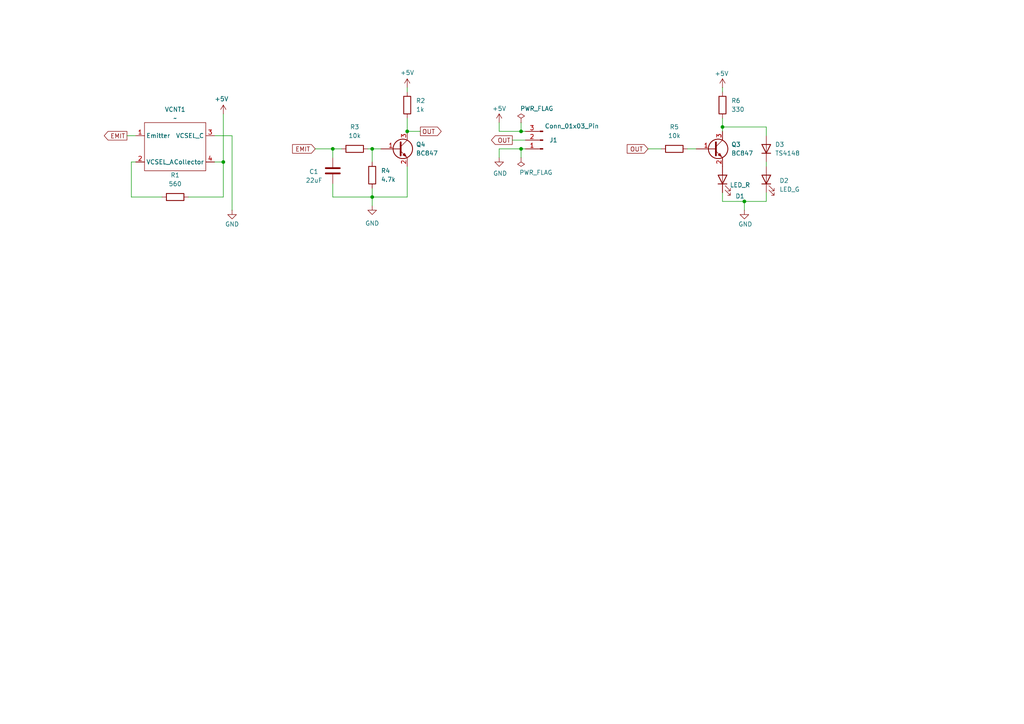
<source format=kicad_sch>
(kicad_sch (version 20250114) (generator "eeschema") (generator_version "9.0")
  (paper "A4")
  (title_block (title "MLFR_Sensor") (company "www.prototypefive.com") (comment 1 "CERN-OHL-S-2.0"))
  (lib_symbols
    (symbol "Connector:Conn_01x03_Pin" (pin_names (offset 1.016) (hide yes))
      (property "Reference" "J" (at 0 5.08 0))
      (property "Value" "Conn_01x03_Pin" (at 0 -5.08 0))
      (symbol "Conn_01x03_Pin_1_1"
        (rectangle (start 0.8636 2.667) (end 0 2.413) (stroke (width 0.1524)) (fill (type outline)))
        (rectangle (start 0.8636 0.127) (end 0 -0.127) (stroke (width 0.1524)) (fill (type outline)))
        (rectangle (start 0.8636 -2.413) (end 0 -2.667) (stroke (width 0.1524)) (fill (type outline)))
        (polyline (pts (xy 1.27 2.54) (xy 0.8636 2.54)) (stroke (width 0.1524)))
        (polyline (pts (xy 1.27 0) (xy 0.8636 0)) (stroke (width 0.1524)))
        (polyline (pts (xy 1.27 -2.54) (xy 0.8636 -2.54)) (stroke (width 0.1524)))
        (pin passive line (at 5.08 2.54 180) (length 3.81) (name "Pin_1") (number "1"))
        (pin passive line (at 5.08 0 180) (length 3.81) (name "Pin_2") (number "2"))
        (pin passive line (at 5.08 -2.54 180) (length 3.81) (name "Pin_3") (number "3"))
      )
    )
    (symbol "Device:C" (pin_numbers (hide yes)) (pin_names (offset 0.254))
      (property "Reference" "C" (at 0.635 2.54 0))
      (property "Value" "C" (at 0.635 -2.54 0))
      (symbol "C_0_1"
        (polyline (pts (xy -2.032 0.762) (xy 2.032 0.762)) (stroke (width 0.508)))
        (polyline (pts (xy -2.032 -0.762) (xy 2.032 -0.762)) (stroke (width 0.508)))
      )
      (symbol "C_1_1"
        (pin passive line (at 0 3.81 270) (length 2.794) (name "~") (number "1"))
        (pin passive line (at 0 -3.81 90) (length 2.794) (name "~") (number "2"))
      )
    )
    (symbol "Device:D" (pin_numbers (hide yes)) (pin_names (offset 1.016) (hide yes))
      (property "Reference" "D" (at 0 2.54 0))
      (property "Value" "D" (at 0 -2.54 0))
      (symbol "D_0_1"
        (polyline (pts (xy -1.27 1.27) (xy -1.27 -1.27)) (stroke (width 0.254)))
        (polyline (pts (xy 1.27 1.27) (xy 1.27 -1.27) (xy -1.27 0) (xy 1.27 1.27)) (stroke (width 0.254)))
        (polyline (pts (xy 1.27 0) (xy -1.27 0)))
      )
      (symbol "D_1_1"
        (pin passive line (at -3.81 0 0) (length 2.54) (name "K") (number "1"))
        (pin passive line (at 3.81 0 180) (length 2.54) (name "A") (number "2"))
      )
    )
    (symbol "Device:LED" (pin_numbers (hide yes)) (pin_names (offset 1.016) (hide yes))
      (property "Reference" "D" (at 0 2.54 0))
      (property "Value" "LED" (at 0 -2.54 0))
      (symbol "LED_0_1"
        (polyline (pts (xy -3.048 -0.762) (xy -4.572 -2.286) (xy -3.81 -2.286) (xy -4.572 -2.286) (xy -4.572 -1.524)))
        (polyline (pts (xy -1.778 -0.762) (xy -3.302 -2.286) (xy -2.54 -2.286) (xy -3.302 -2.286) (xy -3.302 -1.524)))
        (polyline (pts (xy -1.27 0) (xy 1.27 0)))
        (polyline (pts (xy -1.27 -1.27) (xy -1.27 1.27)) (stroke (width 0.254)))
        (polyline (pts (xy 1.27 -1.27) (xy 1.27 1.27) (xy -1.27 0) (xy 1.27 -1.27)) (stroke (width 0.254)))
      )
      (symbol "LED_1_1"
        (pin passive line (at -3.81 0 0) (length 2.54) (name "K") (number "1"))
        (pin passive line (at 3.81 0 180) (length 2.54) (name "A") (number "2"))
      )
    )
    (symbol "Device:R" (pin_numbers (hide yes)) (pin_names (offset 0))
      (property "Reference" "R" (at 2.032 0 90))
      (property "Value" "R" (at 0 0 90))
      (symbol "R_0_1"
        (rectangle (start -1.016 -2.54) (end 1.016 2.54) (stroke (width 0.254)))
      )
      (symbol "R_1_1"
        (pin passive line (at 0 3.81 270) (length 1.27) (name "~") (number "1"))
        (pin passive line (at 0 -3.81 90) (length 1.27) (name "~") (number "2"))
      )
    )
    (symbol "Transistor_BJT:BC847" (pin_names (offset 0) (hide yes))
      (property "Reference" "Q" (at 5.08 1.905 0))
      (property "Value" "BC847" (at 5.08 0 0))
      (symbol "BC847_0_1"
        (polyline (pts (xy 0.635 1.905) (xy 0.635 -1.905) (xy 0.635 -1.905)) (stroke (width 0.508)))
        (polyline (pts (xy 0.635 0.635) (xy 2.54 2.54)))
        (polyline (pts (xy 0.635 -0.635) (xy 2.54 -2.54) (xy 2.54 -2.54)))
        (circle (center 1.27 0) (radius 2.8194) (stroke (width 0.254)))
        (polyline (pts (xy 1.27 -1.778) (xy 1.778 -1.27) (xy 2.286 -2.286) (xy 1.27 -1.778) (xy 1.27 -1.778)) (fill (type outline)))
      )
      (symbol "BC847_1_1"
        (pin input line (at -5.08 0 0) (length 5.715) (name "B") (number "1"))
        (pin passive line (at 2.54 5.08 270) (length 2.54) (name "C") (number "3"))
        (pin passive line (at 2.54 -5.08 90) (length 2.54) (name "E") (number "2"))
      )
    )
    (symbol "power:+5V" (power) (pin_numbers (hide yes)) (pin_names (offset 0) (hide yes))
      (property "Value" "+5V" (at 0 3.556 0))
      (symbol "+5V_0_1"
        (polyline (pts (xy -0.762 1.27) (xy 0 2.54)))
        (polyline (pts (xy 0 2.54) (xy 0.762 1.27)))
        (polyline (pts (xy 0 0) (xy 0 2.54)))
      )
      (symbol "+5V_1_1"
        (pin power_in line (at 0 0 90) (length 0) (name "~") (number "1"))
      )
    )
    (symbol "power:GND" (power) (pin_numbers (hide yes)) (pin_names (offset 0) (hide yes))
      (property "Value" "GND" (at 0 -3.81 0))
      (symbol "GND_0_1"
        (polyline (pts (xy 0 0) (xy 0 -1.27) (xy 1.27 -1.27) (xy 0 -2.54) (xy -1.27 -1.27) (xy 0 -1.27)))
      )
      (symbol "GND_1_1"
        (pin power_in line (at 0 0 270) (length 0) (name "~") (number "1"))
      )
    )
    (symbol "power:PWR_FLAG" (power) (pin_numbers (hide yes)) (pin_names (offset 0) (hide yes))
      (property "Value" "PWR_FLAG" (at 0 3.81 0))
      (symbol "PWR_FLAG_0_0"
        (pin power_out line (at 0 0 90) (length 0) (name "~") (number "1"))
      )
      (symbol "PWR_FLAG_0_1"
        (polyline (pts (xy 0 0) (xy 0 1.27) (xy -1.016 1.905) (xy 0 2.54) (xy 1.016 1.905) (xy 0 1.27)))
      )
    )
    (symbol "project_lig:photo_int"
      (property "Reference" "VCNT2030" (at -4.318 -0.762 0))
      (symbol "photo_int_0_1"
        (rectangle (start -8.89 6.35) (end 8.89 -7.62))
      )
      (symbol "photo_int_1_1"
        (pin output line (at -11.43 2.54 0) (length 2.54) (name "Emitter") (number "1"))
        (pin input line (at -11.43 -5.08 0) (length 2.54) (name "VCSEL_A") (number "2"))
        (pin input line (at 11.43 2.54 180) (length 2.54) (name "VCSEL_C") (number "3"))
        (pin input line (at 11.43 -5.08 180) (length 2.54) (name "Collector") (number "4"))
      )
    )
  )
  (junction (at 96.52 43.18))
  (junction (at 64.77 46.99))
  (junction (at 107.95 57.15))
  (junction (at 151.13 38.1))
  (junction (at 118.11 38.1))
  (junction (at 215.9 58.42))
  (junction (at 151.13 43.18))
  (junction (at 107.95 43.18))
  (junction (at 209.55 36.83))
  (wire (pts (xy 144.78 43.18) (xy 151.13 43.18)))
  (wire (pts (xy 96.52 53.34) (xy 96.52 57.15)))
  (wire (pts (xy 222.25 55.88) (xy 222.25 58.42)))
  (wire (pts (xy 151.13 45.72) (xy 151.13 43.18)))
  (wire (pts (xy 144.78 38.1) (xy 144.78 35.56)))
  (wire (pts (xy 199.39 43.18) (xy 201.93 43.18)))
  (wire (pts (xy 64.77 33.02) (xy 64.77 46.99)))
  (wire (pts (xy 144.78 38.1) (xy 151.13 38.1)))
  (wire (pts (xy 152.4 43.18) (xy 151.13 43.18)))
  (wire (pts (xy 118.11 25.4) (xy 118.11 26.67)))
  (wire (pts (xy 38.1 57.15) (xy 46.99 57.15)))
  (wire (pts (xy 215.9 58.42) (xy 209.55 58.42)))
  (wire (pts (xy 118.11 48.26) (xy 118.11 57.15)))
  (wire (pts (xy 152.4 38.1) (xy 151.13 38.1)))
  (wire (pts (xy 64.77 46.99) (xy 64.77 57.15)))
  (wire (pts (xy 38.1 46.99) (xy 39.37 46.99)))
  (wire (pts (xy 67.31 39.37) (xy 67.31 60.96)))
  (wire (pts (xy 151.13 35.56) (xy 151.13 38.1)))
  (wire (pts (xy 209.55 25.4) (xy 209.55 26.67)))
  (wire (pts (xy 222.25 46.99) (xy 222.25 48.26)))
  (wire (pts (xy 118.11 34.29) (xy 118.11 38.1)))
  (wire (pts (xy 62.23 39.37) (xy 67.31 39.37)))
  (wire (pts (xy 96.52 57.15) (xy 107.95 57.15)))
  (wire (pts (xy 187.96 43.18) (xy 191.77 43.18)))
  (wire (pts (xy 209.55 58.42) (xy 209.55 55.88)))
  (wire (pts (xy 144.78 43.18) (xy 144.78 45.72)))
  (wire (pts (xy 152.4 40.64) (xy 148.59 40.64)))
  (wire (pts (xy 222.25 58.42) (xy 215.9 58.42)))
  (wire (pts (xy 222.25 36.83) (xy 209.55 36.83)))
  (wire (pts (xy 62.23 46.99) (xy 64.77 46.99)))
  (wire (pts (xy 54.61 57.15) (xy 64.77 57.15)))
  (wire (pts (xy 91.44 43.18) (xy 96.52 43.18)))
  (wire (pts (xy 209.55 34.29) (xy 209.55 36.83)))
  (wire (pts (xy 107.95 57.15) (xy 107.95 59.69)))
  (wire (pts (xy 107.95 43.18) (xy 110.49 43.18)))
  (wire (pts (xy 107.95 57.15) (xy 107.95 54.61)))
  (wire (pts (xy 96.52 43.18) (xy 99.06 43.18)))
  (wire (pts (xy 215.9 58.42) (xy 215.9 60.96)))
  (wire (pts (xy 96.52 45.72) (xy 96.52 43.18)))
  (wire (pts (xy 107.95 43.18) (xy 107.95 46.99)))
  (wire (pts (xy 209.55 36.83) (xy 209.55 38.1)))
  (wire (pts (xy 222.25 39.37) (xy 222.25 36.83)))
  (wire (pts (xy 36.83 39.37) (xy 39.37 39.37)))
  (wire (pts (xy 121.92 38.1) (xy 118.11 38.1)))
  (wire (pts (xy 107.95 57.15) (xy 118.11 57.15)))
  (wire (pts (xy 38.1 46.99) (xy 38.1 57.15)))
  (wire (pts (xy 106.68 43.18) (xy 107.95 43.18)))
  (global_label "OUT" (shape input) (at 187.96 43.18 180) (property "Intersheetrefs" "${INTERSHEET_REFS}" (effects (hide yes))))
  (global_label "EMIT" (shape input) (at 91.44 43.18 180) (property "Intersheetrefs" "${INTERSHEET_REFS}" (effects (hide yes))))
  (global_label "OUT" (shape output) (at 148.59 40.64 180) (property "Intersheetrefs" "${INTERSHEET_REFS}" (effects (hide yes))))
  (global_label "EMIT" (shape output) (at 36.83 39.37 180) (property "Intersheetrefs" "${INTERSHEET_REFS}" (effects (hide yes))))
  (global_label "OUT" (shape output) (at 121.92 38.1 0) (property "Intersheetrefs" "${INTERSHEET_REFS}" (effects (hide yes))))
  (symbol (lib_id "power:+5V") (at 209.55 25.4 0) (unit 1)
    (property "Reference" "#PWR08" (effects (hide yes)))
    (property "Value" "+5V" (at 209.296 21.336 0))
    (property "Description" "Power symbol creates a global label with name \"+5V\"" (effects (hide yes)))
  )
  (symbol (lib_id "power:GND") (at 144.78 45.72 0) (unit 1)
    (property "Reference" "#PWR05" (effects (hide yes)))
    (property "Value" "GND" (at 143.002 50.292 0) (effects (justify left)))
    (property "Description" "Power symbol creates a global label with name \"GND\" , ground" (effects (hide yes)))
  )
  (symbol (lib_id "Device:R") (at 50.8 57.15 90) (unit 1)
    (property "Reference" "R1" (at 50.8 50.8 90))
    (property "Value" "560" (at 50.8 53.34 90))
    (property "Footprint" "Resistor_SMD:R_0603_1608Metric" (effects (hide yes)))
    (property "Description" "Resistor" (effects (hide yes)))
  )
  (symbol (lib_id "Device:R") (at 102.87 43.18 90) (unit 1)
    (property "Reference" "R3" (at 102.87 36.83 90))
    (property "Value" "10k" (at 102.87 39.37 90))
    (property "Footprint" "Resistor_SMD:R_0603_1608Metric" (effects (hide yes)))
    (property "Description" "Resistor" (effects (hide yes)))
  )
  (symbol (lib_id "power:PWR_FLAG") (at 151.13 35.56 0) (unit 1)
    (property "Reference" "#FLG01" (effects (hide yes)))
    (property "Value" "PWR_FLAG" (at 155.702 31.496 0))
    (property "Description" "Special symbol for telling ERC where power comes from" (effects (hide yes)))
  )
  (symbol (lib_id "Transistor_BJT:BC847") (at 115.57 43.18 0) (unit 1)
    (property "Reference" "Q4" (at 120.65 41.9099 0) (effects (justify left)))
    (property "Value" "BC847" (at 120.65 44.4499 0) (effects (justify left)))
    (property "Footprint" "Package_TO_SOT_SMD:SOT-23" (effects (hide yes)))
    (property "Datasheet" "http://www.infineon.com/dgdl/Infineon-BC847SERIES_BC848SERIES_BC849SERIES_BC850SERIES-DS-v01_01-en.pdf?fileId=db3a304314dca389011541d4630a1657" (effects (hide yes)))
    (property "Description" "0.1A Ic, 45V Vce, NPN Transistor, SOT-23" (effects (hide yes)))
  )
  (symbol (lib_id "power:PWR_FLAG") (at 151.13 45.72 180) (unit 1)
    (property "Reference" "#FLG02" (effects (hide yes)))
    (property "Value" "PWR_FLAG" (at 155.448 50.038 0))
    (property "Description" "Special symbol for telling ERC where power comes from" (effects (hide yes)))
  )
  (symbol (lib_id "power:GND") (at 107.95 59.69 0) (unit 1)
    (property "Reference" "#PWR03" (effects (hide yes)))
    (property "Value" "GND" (at 107.95 64.77 0))
    (property "Description" "Power symbol creates a global label with name \"GND\" , ground" (effects (hide yes)))
  )
  (symbol (lib_id "power:GND") (at 67.31 60.96 0) (unit 1)
    (property "Reference" "#PWR02" (effects (hide yes)))
    (property "Value" "GND" (at 67.31 65.024 0))
    (property "Description" "Power symbol creates a global label with name \"GND\" , ground" (effects (hide yes)))
  )
  (symbol (lib_id "Device:R") (at 107.95 50.8 0) (unit 1)
    (property "Reference" "R4" (at 110.49 49.5299 0) (effects (justify left)))
    (property "Value" "4.7k" (at 110.49 52.0699 0) (effects (justify left)))
    (property "Footprint" "Resistor_SMD:R_0603_1608Metric" (effects (hide yes)))
    (property "Description" "Resistor" (effects (hide yes)))
  )
  (symbol (lib_id "power:+5V") (at 64.77 33.02 0) (unit 1)
    (property "Reference" "#PWR01" (effects (hide yes)))
    (property "Value" "+5V" (at 66.294 28.702 0) (effects (justify right)))
    (property "Description" "Power symbol creates a global label with name \"+5V\"" (effects (hide yes)))
  )
  (symbol (lib_id "Device:R") (at 195.58 43.18 90) (unit 1)
    (property "Reference" "R5" (at 195.58 36.83 90))
    (property "Value" "10k" (at 195.58 39.37 90))
    (property "Footprint" "Resistor_SMD:R_0603_1608Metric" (effects (hide yes)))
    (property "Description" "Resistor" (effects (hide yes)))
  )
  (symbol (lib_id "Connector:Conn_01x03_Pin") (at 157.48 40.64 180) (unit 1)
    (property "Reference" "J1" (at 160.528 40.64 0))
    (property "Value" "Conn_01x03_Pin" (at 165.862 36.576 0))
    (property "Footprint" "Library:Conn_3p_1.25mm" (effects (hide yes)))
    (property "Description" "Generic connector, single row, 01x03, script generated" (effects (hide yes)))
  )
  (symbol (lib_id "power:+5V") (at 144.78 35.56 0) (unit 1)
    (property "Reference" "#PWR06" (effects (hide yes)))
    (property "Value" "+5V" (at 142.748 31.496 0) (effects (justify left)))
    (property "Description" "Power symbol creates a global label with name \"+5V\"" (effects (hide yes)))
  )
  (symbol (lib_id "power:+5V") (at 118.11 25.4 0) (unit 1)
    (property "Reference" "#PWR04" (effects (hide yes)))
    (property "Value" "+5V" (at 118.11 21.082 0))
    (property "Description" "Power symbol creates a global label with name \"+5V\"" (effects (hide yes)))
  )
  (symbol (lib_id "Device:LED") (at 222.25 52.07 90) (unit 1)
    (property "Reference" "D2" (at 226.06 52.3874 90) (effects (justify right)))
    (property "Value" "LED_G" (at 226.06 54.9274 90) (effects (justify right)))
    (property "Footprint" "LED_SMD:LED_0603_1608Metric" (effects (hide yes)))
    (property "Description" "Light emitting diode" (effects (hide yes)))
  )
  (symbol (lib_id "Transistor_BJT:BC847") (at 207.01 43.18 0) (unit 1)
    (property "Reference" "Q3" (at 212.09 41.9099 0) (effects (justify left)))
    (property "Value" "BC847" (at 212.09 44.4499 0) (effects (justify left)))
    (property "Footprint" "Package_TO_SOT_SMD:SOT-23" (effects (hide yes)))
    (property "Datasheet" "http://www.infineon.com/dgdl/Infineon-BC847SERIES_BC848SERIES_BC849SERIES_BC850SERIES-DS-v01_01-en.pdf?fileId=db3a304314dca389011541d4630a1657" (effects (hide yes)))
    (property "Description" "0.1A Ic, 45V Vce, NPN Transistor, SOT-23" (effects (hide yes)))
  )
  (symbol (lib_id "power:GND") (at 215.9 60.96 0) (unit 1)
    (property "Reference" "#PWR07" (effects (hide yes)))
    (property "Value" "GND" (at 214.122 65.024 0) (effects (justify left)))
    (property "Description" "Power symbol creates a global label with name \"GND\" , ground" (effects (hide yes)))
  )
  (symbol (lib_id "Device:C") (at 96.52 49.53 0) (unit 1)
    (property "Reference" "C1" (at 89.662 49.784 0) (effects (justify left)))
    (property "Value" "22uF" (at 88.646 52.324 0) (effects (justify left)))
    (property "Footprint" "Capacitor_SMD:C_0603_1608Metric" (effects (hide yes)))
    (property "Description" "Unpolarized capacitor" (effects (hide yes)))
  )
  (symbol (lib_id "Device:R") (at 118.11 30.48 0) (unit 1)
    (property "Reference" "R2" (at 120.65 29.2099 0) (effects (justify left)))
    (property "Value" "1k" (at 120.65 31.7499 0) (effects (justify left)))
    (property "Footprint" "Resistor_SMD:R_0603_1608Metric" (effects (hide yes)))
    (property "Description" "Resistor" (effects (hide yes)))
  )
  (symbol (lib_id "project_lig:photo_int") (at 50.8 41.91 0) (unit 1)
    (property "Reference" "VCNT1" (at 50.8 31.75 0))
    (property "Value" "~" (at 50.8 34.29 0))
    (property "Footprint" "Library:vcnt2030" (effects (hide yes)))
  )
  (symbol (lib_id "Device:R") (at 209.55 30.48 0) (unit 1)
    (property "Reference" "R6" (at 212.09 29.2099 0) (effects (justify left)))
    (property "Value" "330" (at 212.09 31.7499 0) (effects (justify left)))
    (property "Footprint" "Resistor_SMD:R_0603_1608Metric" (effects (hide yes)))
    (property "Description" "Resistor" (effects (hide yes)))
  )
  (symbol (lib_id "Device:LED") (at 209.55 52.07 90) (unit 1)
    (property "Reference" "D1" (at 214.63 56.896 90))
    (property "Value" "LED_R" (at 214.63 53.6575 90))
    (property "Footprint" "LED_SMD:LED_0603_1608Metric" (effects (hide yes)))
    (property "Description" "Light emitting diode" (effects (hide yes)))
  )
  (symbol (lib_id "Device:D") (at 222.25 43.18 90) (unit 1)
    (property "Reference" "D3" (at 224.79 41.9099 90) (effects (justify right)))
    (property "Value" "TS4148" (at 224.79 44.4499 90) (effects (justify right)))
    (property "Footprint" "Diode_SMD:D_0603_1608Metric" (effects (hide yes)))
    (property "Description" "Diode" (effects (hide yes)))
    (property "Sim.Device" "D" (effects (hide yes)))
    (property "Sim.Pins" "1=K 2=A" (effects (hide yes)))
  )
)
</source>
